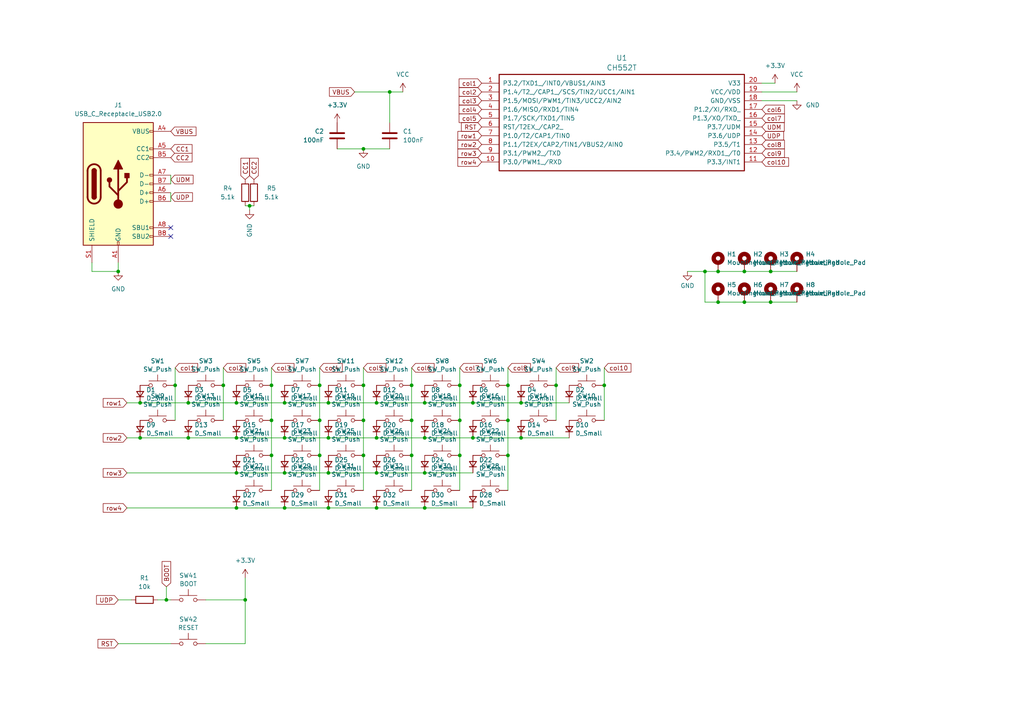
<source format=kicad_sch>
(kicad_sch (version 20230121) (generator eeschema)
  (paper "A4")
  (lib_symbols
    (symbol "Connector:USB_C_Receptacle_USB2.0" (pin_names (offset 1.016))
      (property "Reference" "J" (at -10.16 19.05 0))
      (property "Value" "USB_C_Receptacle_USB2.0" (at 19.05 19.05 0))
      (symbol "USB_C_Receptacle_USB2.0_0_0"
        (rectangle (start -0.254 -17.78) (end 0.254 -16.764))
        (rectangle (start 10.16 -14.986) (end 9.144 -15.494))
        (rectangle (start 10.16 -12.446) (end 9.144 -12.954))
        (rectangle (start 10.16 -4.826) (end 9.144 -5.334))
        (rectangle (start 10.16 -2.286) (end 9.144 -2.794))
        (rectangle (start 10.16 0.254) (end 9.144 -0.254))
        (rectangle (start 10.16 2.794) (end 9.144 2.286))
        (rectangle (start 10.16 7.874) (end 9.144 7.366))
        (rectangle (start 10.16 10.414) (end 9.144 9.906))
        (rectangle (start 10.16 15.494) (end 9.144 14.986))
      )
      (symbol "USB_C_Receptacle_USB2.0_0_1"
        (rectangle (start -10.16 17.78) (end 10.16 -17.78) (stroke (width 0.254)) (fill (type background)))
        (arc (start -8.89 -3.81) (mid -6.985 -5.7067) (end -5.08 -3.81) (stroke (width 0.508)))
        (arc (start -7.62 -3.81) (mid -6.985 -4.4423) (end -6.35 -3.81) (stroke (width 0.254)))
        (arc (start -7.62 -3.81) (mid -6.985 -4.4423) (end -6.35 -3.81) (stroke (width 0.254)) (fill (type outline)))
        (rectangle (start -7.62 -3.81) (end -6.35 3.81) (stroke (width 0.254)) (fill (type outline)))
        (arc (start -6.35 3.81) (mid -6.985 4.4423) (end -7.62 3.81) (stroke (width 0.254)))
        (arc (start -6.35 3.81) (mid -6.985 4.4423) (end -7.62 3.81) (stroke (width 0.254)) (fill (type outline)))
        (arc (start -5.08 3.81) (mid -6.985 5.7067) (end -8.89 3.81) (stroke (width 0.508)))
        (circle (center -2.54 1.143) (radius 0.635) (stroke (width 0.254)) (fill (type outline)))
        (circle (center 0 -5.842) (radius 1.27) (fill (type outline)))
        (polyline (pts (xy -8.89 -3.81) (xy -8.89 3.81)) (stroke (width 0.508)))
        (polyline (pts (xy -5.08 3.81) (xy -5.08 -3.81)) (stroke (width 0.508)))
        (polyline (pts (xy 0 -5.842) (xy 0 4.318)) (stroke (width 0.508)))
        (polyline (pts (xy 0 -3.302) (xy -2.54 -0.762) (xy -2.54 0.508)) (stroke (width 0.508)))
        (polyline (pts (xy 0 -2.032) (xy 2.54 0.508) (xy 2.54 1.778)) (stroke (width 0.508)))
        (polyline (pts (xy -1.27 4.318) (xy 0 6.858) (xy 1.27 4.318) (xy -1.27 4.318)) (stroke (width 0.254)) (fill (type outline)))
        (rectangle (start 1.905 1.778) (end 3.175 3.048) (stroke (width 0.254)) (fill (type outline)))
      )
      (symbol "USB_C_Receptacle_USB2.0_1_1"
        (pin passive line (at 0 -22.86 90) (length 5.08) (name "GND") (number "A1"))
        (pin passive line (at 0 -22.86 90) (length 5.08) hide (name "GND") (number "A12"))
        (pin passive line (at 15.24 15.24 180) (length 5.08) (name "VBUS") (number "A4"))
        (pin bidirectional line (at 15.24 10.16 180) (length 5.08) (name "CC1") (number "A5"))
        (pin bidirectional line (at 15.24 -2.54 180) (length 5.08) (name "D+") (number "A6"))
        (pin bidirectional line (at 15.24 2.54 180) (length 5.08) (name "D-") (number "A7"))
        (pin bidirectional line (at 15.24 -12.7 180) (length 5.08) (name "SBU1") (number "A8"))
        (pin passive line (at 15.24 15.24 180) (length 5.08) hide (name "VBUS") (number "A9"))
        (pin passive line (at 0 -22.86 90) (length 5.08) hide (name "GND") (number "B1"))
        (pin passive line (at 0 -22.86 90) (length 5.08) hide (name "GND") (number "B12"))
        (pin passive line (at 15.24 15.24 180) (length 5.08) hide (name "VBUS") (number "B4"))
        (pin bidirectional line (at 15.24 7.62 180) (length 5.08) (name "CC2") (number "B5"))
        (pin bidirectional line (at 15.24 -5.08 180) (length 5.08) (name "D+") (number "B6"))
        (pin bidirectional line (at 15.24 0 180) (length 5.08) (name "D-") (number "B7"))
        (pin bidirectional line (at 15.24 -15.24 180) (length 5.08) (name "SBU2") (number "B8"))
        (pin passive line (at 15.24 15.24 180) (length 5.08) hide (name "VBUS") (number "B9"))
        (pin passive line (at -7.62 -22.86 90) (length 5.08) (name "SHIELD") (number "S1"))
      )
    )
    (symbol "Device:C" (pin_numbers hide) (pin_names (offset 0.254))
      (property "Reference" "C" (at 0.635 2.54 0))
      (property "Value" "C" (at 0.635 -2.54 0))
      (symbol "C_0_1"
        (polyline (pts (xy -2.032 -0.762) (xy 2.032 -0.762)) (stroke (width 0.508)))
        (polyline (pts (xy -2.032 0.762) (xy 2.032 0.762)) (stroke (width 0.508)))
      )
      (symbol "C_1_1"
        (pin passive line (at 0 3.81 270) (length 2.794) (name "~") (number "1"))
        (pin passive line (at 0 -3.81 90) (length 2.794) (name "~") (number "2"))
      )
    )
    (symbol "Device:D_Small" (pin_numbers hide) (pin_names (offset 0.254) hide)
      (property "Reference" "D" (at -1.27 2.032 0))
      (property "Value" "D_Small" (at -3.81 -2.032 0))
      (symbol "D_Small_0_1"
        (polyline (pts (xy -0.762 -1.016) (xy -0.762 1.016)) (stroke (width 0.254)))
        (polyline (pts (xy -0.762 0) (xy 0.762 0)))
        (polyline (pts (xy 0.762 -1.016) (xy -0.762 0) (xy 0.762 1.016) (xy 0.762 -1.016)) (stroke (width 0.254)))
      )
      (symbol "D_Small_1_1"
        (pin passive line (at -2.54 0 0) (length 1.778) (name "K") (number "1"))
        (pin passive line (at 2.54 0 180) (length 1.778) (name "A") (number "2"))
      )
    )
    (symbol "Device:R" (pin_numbers hide) (pin_names (offset 0))
      (property "Reference" "R" (at 2.032 0 90))
      (property "Value" "R" (at 0 0 90))
      (symbol "R_0_1"
        (rectangle (start -1.016 -2.54) (end 1.016 2.54) (stroke (width 0.254)))
      )
      (symbol "R_1_1"
        (pin passive line (at 0 3.81 270) (length 1.27) (name "~") (number "1"))
        (pin passive line (at 0 -3.81 90) (length 1.27) (name "~") (number "2"))
      )
    )
    (symbol "Mechanical:MountingHole_Pad" (pin_numbers hide) (pin_names (offset 1.016) hide)
      (property "Reference" "H" (at 0 6.35 0))
      (property "Value" "MountingHole_Pad" (at 0 4.445 0))
      (symbol "MountingHole_Pad_0_1"
        (circle (center 0 1.27) (radius 1.27) (stroke (width 1.27)))
      )
      (symbol "MountingHole_Pad_1_1"
        (pin input line (at 0 -2.54 90) (length 2.54) (name "1") (number "1"))
      )
    )
    (symbol "Switch:SW_Push" (pin_numbers hide) (pin_names (offset 1.016) hide)
      (property "Reference" "SW" (at 1.27 2.54 0))
      (property "Value" "SW_Push" (at 0 -1.524 0))
      (symbol "SW_Push_0_1"
        (circle (center -2.032 0) (radius 0.508))
        (polyline (pts (xy 0 1.27) (xy 0 3.048)))
        (polyline (pts (xy 2.54 1.27) (xy -2.54 1.27)))
        (circle (center 2.032 0) (radius 0.508))
        (pin passive line (at -5.08 0 0) (length 2.54) (name "1") (number "1"))
        (pin passive line (at 5.08 0 180) (length 2.54) (name "2") (number "2"))
      )
    )
    (symbol "power:+3.3V" (power) (pin_names (offset 0))
      (property "Value" "+3.3V" (at 0 3.556 0))
      (symbol "+3.3V_0_1"
        (polyline (pts (xy -0.762 1.27) (xy 0 2.54)))
        (polyline (pts (xy 0 0) (xy 0 2.54)))
        (polyline (pts (xy 0 2.54) (xy 0.762 1.27)))
      )
      (symbol "+3.3V_1_1"
        (pin power_in line (at 0 0 90) (length 0) hide (name "+3.3V") (number "1"))
      )
    )
    (symbol "power:GND" (power) (pin_names (offset 0))
      (property "Value" "GND" (at 0 -3.81 0))
      (symbol "GND_0_1"
        (polyline (pts (xy 0 0) (xy 0 -1.27) (xy 1.27 -1.27) (xy 0 -2.54) (xy -1.27 -1.27) (xy 0 -1.27)))
      )
      (symbol "GND_1_1"
        (pin power_in line (at 0 0 270) (length 0) hide (name "GND") (number "1"))
      )
    )
    (symbol "power:VCC" (power) (pin_names (offset 0))
      (property "Value" "VCC" (at 0 3.81 0))
      (symbol "VCC_0_1"
        (polyline (pts (xy -0.762 1.27) (xy 0 2.54)))
        (polyline (pts (xy 0 0) (xy 0 2.54)))
        (polyline (pts (xy 0 2.54) (xy 0.762 1.27)))
      )
      (symbol "VCC_1_1"
        (pin power_in line (at 0 0 90) (length 0) hide (name "VCC") (number "1"))
      )
    )
    (symbol "wch:CH552T" (pin_names (offset 1.016))
      (property "Reference" "U" (at 5.08 6.35 0))
      (property "Value" "CH552T" (at 5.08 3.81 0))
      (symbol "CH552T_1_1"
        (rectangle (start 5.08 2.54) (end 76.2 -25.4) (stroke (width 0.3048)))
        (pin bidirectional line (at 0 0 0) (length 5.08) (name "P3.2/TXD1_/INT0/VBUS1/AIN3") (number "1"))
        (pin bidirectional line (at 0 -22.86 0) (length 5.08) (name "P3.0/PWM1_/RXD") (number "10"))
        (pin bidirectional line (at 81.28 -22.86 180) (length 5.08) (name "P3.3/INT1") (number "11"))
        (pin bidirectional line (at 81.28 -20.32 180) (length 5.08) (name "P3.4/PWM2/RXD1_/T0") (number "12"))
        (pin bidirectional line (at 81.28 -17.78 180) (length 5.08) (name "P3.5/T1") (number "13"))
        (pin bidirectional line (at 81.28 -15.24 180) (length 5.08) (name "P3.6/UDP") (number "14"))
        (pin bidirectional line (at 81.28 -12.7 180) (length 5.08) (name "P3.7/UDM") (number "15"))
        (pin bidirectional line (at 81.28 -10.16 180) (length 5.08) (name "P1.3/XO/TXD_") (number "16"))
        (pin bidirectional line (at 81.28 -7.62 180) (length 5.08) (name "P1.2/XI/RXD_") (number "17"))
        (pin power_in line (at 81.28 -5.08 180) (length 5.08) (name "GND/VSS") (number "18"))
        (pin power_in line (at 81.28 -2.54 180) (length 5.08) (name "VCC/VDD") (number "19"))
        (pin bidirectional line (at 0 -2.54 0) (length 5.08) (name "P1.4/T2_/CAP1_/SCS/TIN2/UCC1/AIN1") (number "2"))
        (pin power_in line (at 81.28 0 180) (length 5.08) (name "V33") (number "20"))
        (pin bidirectional line (at 0 -5.08 0) (length 5.08) (name "P1.5/MOSI/PWM1/TIN3/UCC2/AIN2") (number "3"))
        (pin bidirectional line (at 0 -7.62 0) (length 5.08) (name "P1.6/MISO/RXD1/TIN4") (number "4"))
        (pin bidirectional line (at 0 -10.16 0) (length 5.08) (name "P1.7/SCK/TXD1/TIN5") (number "5"))
        (pin bidirectional line (at 0 -12.7 0) (length 5.08) (name "RST/T2EX_/CAP2_") (number "6"))
        (pin bidirectional line (at 0 -15.24 0) (length 5.08) (name "P1.0/T2/CAP1/TIN0") (number "7"))
        (pin bidirectional line (at 0 -17.78 0) (length 5.08) (name "P1.1/T2EX/CAP2/TIN1/VBUS2/AIN0") (number "8"))
        (pin bidirectional line (at 0 -20.32 0) (length 5.08) (name "P3.1/PWM2_/TXD") (number "9"))
      )
    )
  )
  (junction (at 105.41 111.76))
  (junction (at 137.16 127))
  (junction (at 92.71 111.76))
  (junction (at 123.19 147.32))
  (junction (at 109.22 147.32))
  (junction (at 109.22 116.84))
  (junction (at 92.71 121.92))
  (junction (at 78.74 132.08))
  (junction (at 50.8 111.76))
  (junction (at 68.58 116.84))
  (junction (at 95.25 116.84))
  (junction (at 82.55 127))
  (junction (at 68.58 127))
  (junction (at 175.26 111.76))
  (junction (at 82.55 116.84))
  (junction (at 78.74 121.92))
  (junction (at 64.77 111.76))
  (junction (at 113.03 26.67))
  (junction (at 123.19 127))
  (junction (at 109.22 127))
  (junction (at 119.38 132.08))
  (junction (at 105.41 121.92))
  (junction (at 208.28 78.74))
  (junction (at 68.58 137.16))
  (junction (at 71.12 173.99))
  (junction (at 40.64 127))
  (junction (at 133.35 132.08))
  (junction (at 105.41 43.18))
  (junction (at 204.47 78.74))
  (junction (at 223.52 78.74))
  (junction (at 123.19 137.16))
  (junction (at 137.16 116.84))
  (junction (at 72.39 59.69))
  (junction (at 48.26 173.99))
  (junction (at 215.9 78.74))
  (junction (at 147.32 121.92))
  (junction (at 208.28 87.63))
  (junction (at 95.25 137.16))
  (junction (at 147.32 132.08))
  (junction (at 133.35 111.76))
  (junction (at 133.35 121.92))
  (junction (at 223.52 87.63))
  (junction (at 95.25 147.32))
  (junction (at 54.61 127))
  (junction (at 95.25 127))
  (junction (at 215.9 87.63))
  (junction (at 151.13 116.84))
  (junction (at 92.71 132.08))
  (junction (at 109.22 137.16))
  (junction (at 82.55 147.32))
  (junction (at 147.32 111.76))
  (junction (at 119.38 121.92))
  (junction (at 34.29 78.74))
  (junction (at 151.13 127))
  (junction (at 54.61 116.84))
  (junction (at 123.19 116.84))
  (junction (at 40.64 116.84))
  (junction (at 68.58 147.32))
  (junction (at 119.38 111.76))
  (junction (at 105.41 132.08))
  (junction (at 161.29 111.76))
  (junction (at 82.55 137.16))
  (junction (at 78.74 111.76))
  (no_connect (at 49.53 68.58))
  (no_connect (at 49.53 66.04))
  (wire (pts (xy 40.64 116.84) (xy 54.61 116.84)))
  (wire (pts (xy 133.35 111.76) (xy 133.35 121.92)))
  (wire (pts (xy 161.29 111.76) (xy 161.29 121.92)))
  (wire (pts (xy 109.22 116.84) (xy 123.19 116.84)))
  (wire (pts (xy 95.25 116.84) (xy 109.22 116.84)))
  (wire (pts (xy 92.71 132.08) (xy 92.71 142.24)))
  (wire (pts (xy 133.35 106.68) (xy 133.35 111.76)))
  (wire (pts (xy 26.67 76.2) (xy 26.67 78.74)))
  (wire (pts (xy 220.98 24.13) (xy 224.79 24.13)))
  (wire (pts (xy 82.55 127) (xy 95.25 127)))
  (wire (pts (xy 147.32 106.68) (xy 147.32 111.76)))
  (wire (pts (xy 161.29 106.68) (xy 161.29 111.76)))
  (wire (pts (xy 113.03 26.67) (xy 113.03 35.56)))
  (wire (pts (xy 49.53 50.8) (xy 49.53 53.34)))
  (wire (pts (xy 36.83 127) (xy 40.64 127)))
  (wire (pts (xy 59.69 173.99) (xy 71.12 173.99)))
  (wire (pts (xy 71.12 186.69) (xy 59.69 186.69)))
  (wire (pts (xy 119.38 111.76) (xy 119.38 121.92)))
  (wire (pts (xy 68.58 147.32) (xy 82.55 147.32)))
  (wire (pts (xy 199.39 78.74) (xy 204.47 78.74)))
  (wire (pts (xy 231.14 78.74) (xy 223.52 78.74)))
  (wire (pts (xy 95.25 127) (xy 109.22 127)))
  (wire (pts (xy 82.55 147.32) (xy 95.25 147.32)))
  (wire (pts (xy 204.47 87.63) (xy 208.28 87.63)))
  (wire (pts (xy 147.32 132.08) (xy 147.32 142.24)))
  (wire (pts (xy 223.52 87.63) (xy 231.14 87.63)))
  (wire (pts (xy 151.13 127) (xy 165.1 127)))
  (wire (pts (xy 40.64 127) (xy 54.61 127)))
  (wire (pts (xy 231.14 29.21) (xy 220.98 29.21)))
  (wire (pts (xy 92.71 106.68) (xy 92.71 111.76)))
  (wire (pts (xy 26.67 78.74) (xy 34.29 78.74)))
  (wire (pts (xy 49.53 55.88) (xy 49.53 58.42)))
  (wire (pts (xy 220.98 26.67) (xy 231.14 26.67)))
  (wire (pts (xy 82.55 116.84) (xy 95.25 116.84)))
  (wire (pts (xy 54.61 127) (xy 68.58 127)))
  (wire (pts (xy 78.74 111.76) (xy 78.74 121.92)))
  (wire (pts (xy 137.16 127) (xy 151.13 127)))
  (wire (pts (xy 123.19 116.84) (xy 137.16 116.84)))
  (wire (pts (xy 50.8 106.68) (xy 50.8 111.76)))
  (wire (pts (xy 147.32 111.76) (xy 147.32 121.92)))
  (wire (pts (xy 119.38 106.68) (xy 119.38 111.76)))
  (wire (pts (xy 102.87 26.67) (xy 113.03 26.67)))
  (wire (pts (xy 36.83 147.32) (xy 68.58 147.32)))
  (wire (pts (xy 105.41 132.08) (xy 105.41 142.24)))
  (wire (pts (xy 175.26 106.68) (xy 175.26 111.76)))
  (wire (pts (xy 109.22 137.16) (xy 123.19 137.16)))
  (wire (pts (xy 123.19 127) (xy 137.16 127)))
  (wire (pts (xy 45.72 173.99) (xy 48.26 173.99)))
  (wire (pts (xy 123.19 147.32) (xy 137.16 147.32)))
  (wire (pts (xy 36.83 137.16) (xy 68.58 137.16)))
  (wire (pts (xy 133.35 132.08) (xy 133.35 142.24)))
  (wire (pts (xy 105.41 121.92) (xy 105.41 132.08)))
  (wire (pts (xy 68.58 137.16) (xy 82.55 137.16)))
  (wire (pts (xy 71.12 173.99) (xy 71.12 186.69)))
  (wire (pts (xy 95.25 137.16) (xy 109.22 137.16)))
  (wire (pts (xy 34.29 173.99) (xy 38.1 173.99)))
  (wire (pts (xy 119.38 121.92) (xy 119.38 132.08)))
  (wire (pts (xy 72.39 59.69) (xy 73.66 59.69)))
  (wire (pts (xy 208.28 87.63) (xy 215.9 87.63)))
  (wire (pts (xy 133.35 121.92) (xy 133.35 132.08)))
  (wire (pts (xy 64.77 106.68) (xy 64.77 111.76)))
  (wire (pts (xy 109.22 127) (xy 123.19 127)))
  (wire (pts (xy 48.26 173.99) (xy 49.53 173.99)))
  (wire (pts (xy 119.38 132.08) (xy 119.38 142.24)))
  (wire (pts (xy 72.39 59.69) (xy 72.39 60.96)))
  (wire (pts (xy 97.79 43.18) (xy 105.41 43.18)))
  (wire (pts (xy 208.28 78.74) (xy 204.47 78.74)))
  (wire (pts (xy 78.74 106.68) (xy 78.74 111.76)))
  (wire (pts (xy 215.9 87.63) (xy 223.52 87.63)))
  (wire (pts (xy 50.8 111.76) (xy 50.8 121.92)))
  (wire (pts (xy 137.16 116.84) (xy 151.13 116.84)))
  (wire (pts (xy 78.74 121.92) (xy 78.74 132.08)))
  (wire (pts (xy 68.58 116.84) (xy 82.55 116.84)))
  (wire (pts (xy 113.03 26.67) (xy 116.84 26.67)))
  (wire (pts (xy 71.12 59.69) (xy 72.39 59.69)))
  (wire (pts (xy 123.19 137.16) (xy 137.16 137.16)))
  (wire (pts (xy 105.41 43.18) (xy 113.03 43.18)))
  (wire (pts (xy 71.12 167.64) (xy 71.12 173.99)))
  (wire (pts (xy 223.52 78.74) (xy 215.9 78.74)))
  (wire (pts (xy 54.61 116.84) (xy 68.58 116.84)))
  (wire (pts (xy 105.41 111.76) (xy 105.41 121.92)))
  (wire (pts (xy 48.26 170.18) (xy 48.26 173.99)))
  (wire (pts (xy 109.22 147.32) (xy 123.19 147.32)))
  (wire (pts (xy 36.83 116.84) (xy 40.64 116.84)))
  (wire (pts (xy 147.32 121.92) (xy 147.32 132.08)))
  (wire (pts (xy 68.58 127) (xy 82.55 127)))
  (wire (pts (xy 95.25 147.32) (xy 109.22 147.32)))
  (wire (pts (xy 175.26 111.76) (xy 175.26 121.92)))
  (wire (pts (xy 151.13 116.84) (xy 165.1 116.84)))
  (wire (pts (xy 92.71 121.92) (xy 92.71 132.08)))
  (wire (pts (xy 105.41 106.68) (xy 105.41 111.76)))
  (wire (pts (xy 34.29 186.69) (xy 49.53 186.69)))
  (wire (pts (xy 34.29 76.2) (xy 34.29 78.74)))
  (wire (pts (xy 215.9 78.74) (xy 208.28 78.74)))
  (wire (pts (xy 78.74 132.08) (xy 78.74 142.24)))
  (wire (pts (xy 204.47 78.74) (xy 204.47 87.63)))
  (wire (pts (xy 64.77 111.76) (xy 64.77 121.92)))
  (wire (pts (xy 92.71 111.76) (xy 92.71 121.92)))
  (wire (pts (xy 82.55 137.16) (xy 95.25 137.16)))
  (global_label "col4" (shape input) (at 92.71 106.68 0) (property "Intersheetrefs" "${INTERSHEET_REFS}" (effects hide)))
  (global_label "col1" (shape input) (at 50.8 106.68 0) (property "Intersheetrefs" "${INTERSHEET_REFS}" (effects hide)))
  (global_label "row2" (shape input) (at 36.83 127 180) (property "Intersheetrefs" "${INTERSHEET_REFS}" (effects hide)))
  (global_label "CC1" (shape input) (at 49.53 43.18 0) (property "Intersheetrefs" "${INTERSHEET_REFS}" (effects hide)))
  (global_label "col3" (shape input) (at 78.74 106.68 0) (property "Intersheetrefs" "${INTERSHEET_REFS}" (effects hide)))
  (global_label "col9" (shape input) (at 161.29 106.68 0) (property "Intersheetrefs" "${INTERSHEET_REFS}" (effects hide)))
  (global_label "row1" (shape input) (at 139.7 39.37 180) (property "Intersheetrefs" "${INTERSHEET_REFS}" (effects hide)))
  (global_label "UDP" (shape input) (at 220.98 39.37 0) (property "Intersheetrefs" "${INTERSHEET_REFS}" (effects hide)))
  (global_label "col4" (shape input) (at 139.7 31.75 180) (property "Intersheetrefs" "${INTERSHEET_REFS}" (effects hide)))
  (global_label "col1" (shape input) (at 139.7 24.13 180) (property "Intersheetrefs" "${INTERSHEET_REFS}" (effects hide)))
  (global_label "UDM" (shape input) (at 220.98 36.83 0) (property "Intersheetrefs" "${INTERSHEET_REFS}" (effects hide)))
  (global_label "col5" (shape input) (at 105.41 106.68 0) (property "Intersheetrefs" "${INTERSHEET_REFS}" (effects hide)))
  (global_label "CC2" (shape input) (at 49.53 45.72 0) (property "Intersheetrefs" "${INTERSHEET_REFS}" (effects hide)))
  (global_label "UDP" (shape input) (at 49.53 57.15 0) (property "Intersheetrefs" "${INTERSHEET_REFS}" (effects hide)))
  (global_label "CC1" (shape input) (at 71.12 52.07 90) (property "Intersheetrefs" "${INTERSHEET_REFS}" (effects hide)))
  (global_label "col7" (shape input) (at 220.98 34.29 0) (property "Intersheetrefs" "${INTERSHEET_REFS}" (effects hide)))
  (global_label "col3" (shape input) (at 139.7 29.21 180) (property "Intersheetrefs" "${INTERSHEET_REFS}" (effects hide)))
  (global_label "col2" (shape input) (at 139.7 26.67 180) (property "Intersheetrefs" "${INTERSHEET_REFS}" (effects hide)))
  (global_label "col5" (shape input) (at 139.7 34.29 180) (property "Intersheetrefs" "${INTERSHEET_REFS}" (effects hide)))
  (global_label "UDP" (shape input) (at 34.29 173.99 180) (property "Intersheetrefs" "${INTERSHEET_REFS}" (effects hide)))
  (global_label "col2" (shape input) (at 64.77 106.68 0) (property "Intersheetrefs" "${INTERSHEET_REFS}" (effects hide)))
  (global_label "VBUS" (shape input) (at 102.87 26.67 180) (property "Intersheetrefs" "${INTERSHEET_REFS}" (effects hide)))
  (global_label "col9" (shape input) (at 220.98 44.45 0) (property "Intersheetrefs" "${INTERSHEET_REFS}" (effects hide)))
  (global_label "row2" (shape input) (at 139.7 41.91 180) (property "Intersheetrefs" "${INTERSHEET_REFS}" (effects hide)))
  (global_label "VBUS" (shape input) (at 49.53 38.1 0) (property "Intersheetrefs" "${INTERSHEET_REFS}" (effects hide)))
  (global_label "row3" (shape input) (at 139.7 44.45 180) (property "Intersheetrefs" "${INTERSHEET_REFS}" (effects hide)))
  (global_label "col10" (shape input) (at 220.98 46.99 0) (property "Intersheetrefs" "${INTERSHEET_REFS}" (effects hide)))
  (global_label "BOOT" (shape input) (at 48.26 170.18 90) (property "Intersheetrefs" "${INTERSHEET_REFS}" (effects hide)))
  (global_label "row4" (shape input) (at 139.7 46.99 180) (property "Intersheetrefs" "${INTERSHEET_REFS}" (effects hide)))
  (global_label "col8" (shape input) (at 220.98 41.91 0) (property "Intersheetrefs" "${INTERSHEET_REFS}" (effects hide)))
  (global_label "row4" (shape input) (at 36.83 147.32 180) (property "Intersheetrefs" "${INTERSHEET_REFS}" (effects hide)))
  (global_label "col7" (shape input) (at 133.35 106.68 0) (property "Intersheetrefs" "${INTERSHEET_REFS}" (effects hide)))
  (global_label "RST" (shape input) (at 139.7 36.83 180) (property "Intersheetrefs" "${INTERSHEET_REFS}" (effects hide)))
  (global_label "row3" (shape input) (at 36.83 137.16 180) (property "Intersheetrefs" "${INTERSHEET_REFS}" (effects hide)))
  (global_label "UDM" (shape input) (at 49.53 52.07 0) (property "Intersheetrefs" "${INTERSHEET_REFS}" (effects hide)))
  (global_label "col10" (shape input) (at 175.26 106.68 0) (property "Intersheetrefs" "${INTERSHEET_REFS}" (effects hide)))
  (global_label "CC2" (shape input) (at 73.66 52.07 90) (property "Intersheetrefs" "${INTERSHEET_REFS}" (effects hide)))
  (global_label "RST" (shape input) (at 34.29 186.69 180) (property "Intersheetrefs" "${INTERSHEET_REFS}" (effects hide)))
  (global_label "col6" (shape input) (at 119.38 106.68 0) (property "Intersheetrefs" "${INTERSHEET_REFS}" (effects hide)))
  (global_label "col8" (shape input) (at 147.32 106.68 0) (property "Intersheetrefs" "${INTERSHEET_REFS}" (effects hide)))
  (global_label "row1" (shape input) (at 36.83 116.84 180) (property "Intersheetrefs" "${INTERSHEET_REFS}" (effects hide)))
  (global_label "col6" (shape input) (at 220.98 31.75 0) (property "Intersheetrefs" "${INTERSHEET_REFS}" (effects hide)))
  (symbol (lib_id "Switch:SW_Push") (at 100.33 132.08 0) (unit 1)
    (property "Reference" "SW25" (at 100.33 125.0147 0))
    (property "Value" "SW_Push" (at 100.33 127.4389 0))
    (property "Footprint" "userlib:GT-TC063F-H035-L30" (effects hide))
  )
  (symbol (lib_id "power:+3.3V") (at 97.79 35.56 0) (mirror y) (unit 1)
    (property "Reference" "#PWR06" (effects hide))
    (property "Value" "+3.3V" (at 97.79 30.48 0))
  )
  (symbol (lib_id "Switch:SW_Push") (at 87.63 142.24 0) (unit 1)
    (property "Reference" "SW29" (at 87.63 135.1747 0))
    (property "Value" "SW_Push" (at 87.63 137.5989 0))
    (property "Footprint" "userlib:GT-TC063F-H035-L30" (effects hide))
  )
  (symbol (lib_id "Switch:SW_Push") (at 73.66 121.92 0) (unit 1)
    (property "Reference" "SW15" (at 73.66 114.8547 0))
    (property "Value" "SW_Push" (at 73.66 117.2789 0))
    (property "Footprint" "userlib:GT-TC063F-H035-L30" (effects hide))
  )
  (symbol (lib_id "Device:D_Small") (at 68.58 124.46 90) (unit 1)
    (property "Reference" "D15" (at 70.358 123.2479 90) (effects (justify right)))
    (property "Value" "D_Small" (at 70.358 125.6721 90) (effects (justify right)))
    (property "Footprint" "Diode_SMD:D_SOD-323" (effects hide))
    (property "Sim.Device" "D" (effects hide))
    (property "Sim.Pins" "1=K 2=A" (effects hide))
  )
  (symbol (lib_id "Device:D_Small") (at 68.58 134.62 90) (unit 1)
    (property "Reference" "D21" (at 70.358 133.4079 90) (effects (justify right)))
    (property "Value" "D_Small" (at 70.358 135.8321 90) (effects (justify right)))
    (property "Footprint" "Diode_SMD:D_SOD-323" (effects hide))
    (property "Sim.Device" "D" (effects hide))
    (property "Sim.Pins" "1=K 2=A" (effects hide))
  )
  (symbol (lib_id "Device:D_Small") (at 109.22 134.62 90) (unit 1)
    (property "Reference" "D26" (at 110.998 133.4079 90) (effects (justify right)))
    (property "Value" "D_Small" (at 110.998 135.8321 90) (effects (justify right)))
    (property "Footprint" "Diode_SMD:D_SOD-323" (effects hide))
    (property "Sim.Device" "D" (effects hide))
    (property "Sim.Pins" "1=K 2=A" (effects hide))
  )
  (symbol (lib_id "Device:R") (at 73.66 55.88 0) (mirror y) (unit 1)
    (property "Reference" "R5" (at 78.74 54.61 0))
    (property "Value" "5.1k" (at 78.74 57.15 0))
    (property "Footprint" "Resistor_SMD:R_0402_1005Metric" (effects hide))
    (property "LCSC" "C25905" (effects hide))
  )
  (symbol (lib_id "Device:D_Small") (at 165.1 124.46 90) (unit 1)
    (property "Reference" "D10" (at 166.878 123.2479 90) (effects (justify right)))
    (property "Value" "D_Small" (at 166.878 125.6721 90) (effects (justify right)))
    (property "Footprint" "Diode_SMD:D_SOD-323" (effects hide))
    (property "Sim.Device" "D" (effects hide))
    (property "Sim.Pins" "1=K 2=A" (effects hide))
  )
  (symbol (lib_id "Device:D_Small") (at 82.55 114.3 90) (unit 1)
    (property "Reference" "D7" (at 84.328 113.0879 90) (effects (justify right)))
    (property "Value" "D_Small" (at 84.328 115.5121 90) (effects (justify right)))
    (property "Footprint" "Diode_SMD:D_SOD-323" (effects hide))
    (property "Sim.Device" "D" (effects hide))
    (property "Sim.Pins" "1=K 2=A" (effects hide))
  )
  (symbol (lib_id "Switch:SW_Push") (at 59.69 111.76 0) (unit 1)
    (property "Reference" "SW3" (at 59.69 104.6947 0))
    (property "Value" "SW_Push" (at 59.69 107.1189 0))
    (property "Footprint" "userlib:GT-TC063F-H035-L30" (effects hide))
  )
  (symbol (lib_id "wch:CH552T") (at 139.7 24.13 0) (unit 1)
    (property "Reference" "U1" (at 180.34 16.8074 0) (effects (font (size 1.524 1.524))))
    (property "Value" "CH552T" (at 180.34 19.6402 0) (effects (font (size 1.524 1.524))))
    (property "Footprint" "Package_SO:TSSOP-20_4.4x6.5mm_P0.65mm" (effects hide))
    (property "Datasheet" "http://www.wch.cn/downloads/file/241.html" (effects hide))
  )
  (symbol (lib_id "Device:D_Small") (at 123.19 114.3 90) (unit 1)
    (property "Reference" "D8" (at 124.968 113.0879 90) (effects (justify right)))
    (property "Value" "D_Small" (at 124.968 115.5121 90) (effects (justify right)))
    (property "Footprint" "Diode_SMD:D_SOD-323" (effects hide))
    (property "Sim.Device" "D" (effects hide))
    (property "Sim.Pins" "1=K 2=A" (effects hide))
  )
  (symbol (lib_id "Switch:SW_Push") (at 128.27 121.92 0) (unit 1)
    (property "Reference" "SW18" (at 128.27 114.8547 0))
    (property "Value" "SW_Push" (at 128.27 117.2789 0))
    (property "Footprint" "userlib:GT-TC063F-H035-L30" (effects hide))
  )
  (symbol (lib_id "Device:D_Small") (at 151.13 114.3 90) (unit 1)
    (property "Reference" "D4" (at 152.908 113.0879 90) (effects (justify right)))
    (property "Value" "D_Small" (at 152.908 115.5121 90) (effects (justify right)))
    (property "Footprint" "Diode_SMD:D_SOD-323" (effects hide))
    (property "Sim.Device" "D" (effects hide))
    (property "Sim.Pins" "1=K 2=A" (effects hide))
  )
  (symbol (lib_id "Device:D_Small") (at 123.19 124.46 90) (unit 1)
    (property "Reference" "D18" (at 124.968 123.2479 90) (effects (justify right)))
    (property "Value" "D_Small" (at 124.968 125.6721 90) (effects (justify right)))
    (property "Footprint" "Diode_SMD:D_SOD-323" (effects hide))
    (property "Sim.Device" "D" (effects hide))
    (property "Sim.Pins" "1=K 2=A" (effects hide))
  )
  (symbol (lib_id "Switch:SW_Push") (at 87.63 111.76 0) (unit 1)
    (property "Reference" "SW7" (at 87.63 104.6947 0))
    (property "Value" "SW_Push" (at 87.63 107.1189 0))
    (property "Footprint" "userlib:GT-TC063F-H035-L30" (effects hide))
  )
  (symbol (lib_id "Device:D_Small") (at 54.61 114.3 90) (unit 1)
    (property "Reference" "D3" (at 56.388 113.0879 90) (effects (justify right)))
    (property "Value" "D_Small" (at 56.388 115.5121 90) (effects (justify right)))
    (property "Footprint" "Diode_SMD:D_SOD-323" (effects hide))
    (property "Sim.Device" "D" (effects hide))
    (property "Sim.Pins" "1=K 2=A" (effects hide))
  )
  (symbol (lib_id "Switch:SW_Push") (at 100.33 142.24 0) (unit 1)
    (property "Reference" "SW31" (at 100.33 135.1747 0))
    (property "Value" "SW_Push" (at 100.33 137.5989 0))
    (property "Footprint" "userlib:GT-TC063F-H035-L30" (effects hide))
  )
  (symbol (lib_id "Device:D_Small") (at 95.25 134.62 90) (unit 1)
    (property "Reference" "D25" (at 97.028 133.4079 90) (effects (justify right)))
    (property "Value" "D_Small" (at 97.028 135.8321 90) (effects (justify right)))
    (property "Footprint" "Diode_SMD:D_SOD-323" (effects hide))
    (property "Sim.Device" "D" (effects hide))
    (property "Sim.Pins" "1=K 2=A" (effects hide))
  )
  (symbol (lib_id "Switch:SW_Push") (at 114.3 142.24 0) (unit 1)
    (property "Reference" "SW32" (at 114.3 135.1747 0))
    (property "Value" "SW_Push" (at 114.3 137.5989 0))
    (property "Footprint" "userlib:GT-TC063F-H035-L30" (effects hide))
  )
  (symbol (lib_id "Switch:SW_Push") (at 114.3 111.76 0) (unit 1)
    (property "Reference" "SW12" (at 114.3 104.6947 0))
    (property "Value" "SW_Push" (at 114.3 107.1189 0))
    (property "Footprint" "userlib:GT-TC063F-H035-L30" (effects hide))
  )
  (symbol (lib_id "Device:D_Small") (at 95.25 114.3 90) (unit 1)
    (property "Reference" "D11" (at 97.028 113.0879 90) (effects (justify right)))
    (property "Value" "D_Small" (at 97.028 115.5121 90) (effects (justify right)))
    (property "Footprint" "Diode_SMD:D_SOD-323" (effects hide))
    (property "Sim.Device" "D" (effects hide))
    (property "Sim.Pins" "1=K 2=A" (effects hide))
  )
  (symbol (lib_id "Device:D_Small") (at 123.19 144.78 90) (unit 1)
    (property "Reference" "D30" (at 124.968 143.5679 90) (effects (justify right)))
    (property "Value" "D_Small" (at 124.968 145.9921 90) (effects (justify right)))
    (property "Footprint" "Diode_SMD:D_SOD-323" (effects hide))
    (property "Sim.Device" "D" (effects hide))
    (property "Sim.Pins" "1=K 2=A" (effects hide))
  )
  (symbol (lib_id "power:VCC") (at 231.14 26.67 0) (unit 1)
    (property "Reference" "#PWR05" (effects hide))
    (property "Value" "VCC" (at 231.14 21.59 0))
  )
  (symbol (lib_id "Device:D_Small") (at 109.22 114.3 90) (unit 1)
    (property "Reference" "D12" (at 110.998 113.0879 90) (effects (justify right)))
    (property "Value" "D_Small" (at 110.998 115.5121 90) (effects (justify right)))
    (property "Footprint" "Diode_SMD:D_SOD-323" (effects hide))
    (property "Sim.Device" "D" (effects hide))
    (property "Sim.Pins" "1=K 2=A" (effects hide))
  )
  (symbol (lib_id "Switch:SW_Push") (at 73.66 132.08 0) (unit 1)
    (property "Reference" "SW21" (at 73.66 125.0147 0))
    (property "Value" "SW_Push" (at 73.66 127.4389 0))
    (property "Footprint" "userlib:GT-TC063F-H035-L30" (effects hide))
  )
  (symbol (lib_id "Device:D_Small") (at 137.16 124.46 90) (unit 1)
    (property "Reference" "D16" (at 138.938 123.2479 90) (effects (justify right)))
    (property "Value" "D_Small" (at 138.938 125.6721 90) (effects (justify right)))
    (property "Footprint" "Diode_SMD:D_SOD-323" (effects hide))
    (property "Sim.Device" "D" (effects hide))
    (property "Sim.Pins" "1=K 2=A" (effects hide))
  )
  (symbol (lib_id "power:GND") (at 72.39 60.96 0) (mirror y) (unit 1)
    (property "Reference" "#PWR07" (effects hide))
    (property "Value" "GND" (at 72.39 64.77 90) (effects (justify right)))
  )
  (symbol (lib_id "Device:D_Small") (at 109.22 144.78 90) (unit 1)
    (property "Reference" "D32" (at 110.998 143.5679 90) (effects (justify right)))
    (property "Value" "D_Small" (at 110.998 145.9921 90) (effects (justify right)))
    (property "Footprint" "Diode_SMD:D_SOD-323" (effects hide))
    (property "Sim.Device" "D" (effects hide))
    (property "Sim.Pins" "1=K 2=A" (effects hide))
  )
  (symbol (lib_id "Mechanical:MountingHole_Pad") (at 208.28 85.09 0) (unit 1)
    (property "Reference" "H5" (at 210.82 82.6079 0) (effects (justify left)))
    (property "Value" "MountingHole_Pad" (at 210.82 85.0321 0) (effects (justify left)))
    (property "Footprint" "userlib:m1.6_hole" (effects hide))
  )
  (symbol (lib_id "Device:D_Small") (at 123.19 134.62 90) (unit 1)
    (property "Reference" "D24" (at 124.968 133.4079 90) (effects (justify right)))
    (property "Value" "D_Small" (at 124.968 135.8321 90) (effects (justify right)))
    (property "Footprint" "Diode_SMD:D_SOD-323" (effects hide))
    (property "Sim.Device" "D" (effects hide))
    (property "Sim.Pins" "1=K 2=A" (effects hide))
  )
  (symbol (lib_id "Switch:SW_Push") (at 100.33 111.76 0) (unit 1)
    (property "Reference" "SW11" (at 100.33 104.6947 0))
    (property "Value" "SW_Push" (at 100.33 107.1189 0))
    (property "Footprint" "userlib:GT-TC063F-H035-L30" (effects hide))
  )
  (symbol (lib_id "Device:D_Small") (at 137.16 114.3 90) (unit 1)
    (property "Reference" "D6" (at 138.938 113.0879 90) (effects (justify right)))
    (property "Value" "D_Small" (at 138.938 115.5121 90) (effects (justify right)))
    (property "Footprint" "Diode_SMD:D_SOD-323" (effects hide))
    (property "Sim.Device" "D" (effects hide))
    (property "Sim.Pins" "1=K 2=A" (effects hide))
  )
  (symbol (lib_id "Switch:SW_Push") (at 156.21 111.76 0) (unit 1)
    (property "Reference" "SW4" (at 156.21 104.6947 0))
    (property "Value" "SW_Push" (at 156.21 107.1189 0))
    (property "Footprint" "userlib:GT-TC063F-H035-L30" (effects hide))
  )
  (symbol (lib_id "Switch:SW_Push") (at 54.61 186.69 0) (unit 1)
    (property "Reference" "SW42" (at 54.61 179.6247 0))
    (property "Value" "RESET" (at 54.61 182.0489 0))
    (property "Footprint" "Button_Switch_SMD:SW_SPST_SKQG_WithStem" (effects hide))
    (property "LCSC" "C115357" (effects hide))
  )
  (symbol (lib_id "Device:D_Small") (at 82.55 124.46 90) (unit 1)
    (property "Reference" "D17" (at 84.328 123.2479 90) (effects (justify right)))
    (property "Value" "D_Small" (at 84.328 125.6721 90) (effects (justify right)))
    (property "Footprint" "Diode_SMD:D_SOD-323" (effects hide))
    (property "Sim.Device" "D" (effects hide))
    (property "Sim.Pins" "1=K 2=A" (effects hide))
  )
  (symbol (lib_id "Device:D_Small") (at 68.58 144.78 90) (unit 1)
    (property "Reference" "D27" (at 70.358 143.5679 90) (effects (justify right)))
    (property "Value" "D_Small" (at 70.358 145.9921 90) (effects (justify right)))
    (property "Footprint" "Diode_SMD:D_SOD-323" (effects hide))
    (property "Sim.Device" "D" (effects hide))
    (property "Sim.Pins" "1=K 2=A" (effects hide))
  )
  (symbol (lib_id "Device:R") (at 41.91 173.99 90) (unit 1)
    (property "Reference" "R1" (at 41.91 167.64 90))
    (property "Value" "10k" (at 41.91 170.18 90))
    (property "Footprint" "Resistor_SMD:R_0402_1005Metric" (effects hide))
    (property "LCSC" "C25744" (effects hide))
  )
  (symbol (lib_id "Device:D_Small") (at 40.64 124.46 90) (unit 1)
    (property "Reference" "D9" (at 42.418 123.2479 90) (effects (justify right)))
    (property "Value" "D_Small" (at 42.418 125.6721 90) (effects (justify right)))
    (property "Footprint" "Diode_SMD:D_SOD-323" (effects hide))
    (property "Sim.Device" "D" (effects hide))
    (property "Sim.Pins" "1=K 2=A" (effects hide))
  )
  (symbol (lib_id "Switch:SW_Push") (at 114.3 121.92 0) (unit 1)
    (property "Reference" "SW20" (at 114.3 114.8547 0))
    (property "Value" "SW_Push" (at 114.3 117.2789 0))
    (property "Footprint" "userlib:GT-TC063F-H035-L30" (effects hide))
  )
  (symbol (lib_id "power:GND") (at 105.41 43.18 0) (unit 1)
    (property "Reference" "#PWR01" (effects hide))
    (property "Value" "GND" (at 105.41 48.26 0))
  )
  (symbol (lib_id "Switch:SW_Push") (at 114.3 132.08 0) (unit 1)
    (property "Reference" "SW26" (at 114.3 125.0147 0))
    (property "Value" "SW_Push" (at 114.3 127.4389 0))
    (property "Footprint" "userlib:GT-TC063F-H035-L30" (effects hide))
  )
  (symbol (lib_id "Mechanical:MountingHole_Pad") (at 215.9 85.09 0) (unit 1)
    (property "Reference" "H6" (at 218.44 82.6079 0) (effects (justify left)))
    (property "Value" "MountingHole_Pad" (at 218.44 85.0321 0) (effects (justify left)))
    (property "Footprint" "userlib:m1.6_hole" (effects hide))
  )
  (symbol (lib_id "Switch:SW_Push") (at 128.27 142.24 0) (unit 1)
    (property "Reference" "SW30" (at 128.27 135.1747 0))
    (property "Value" "SW_Push" (at 128.27 137.5989 0))
    (property "Footprint" "userlib:GT-TC063F-H035-L30" (effects hide))
  )
  (symbol (lib_id "Switch:SW_Push") (at 170.18 121.92 0) (unit 1)
    (property "Reference" "SW10" (at 170.18 114.8547 0))
    (property "Value" "SW_Push" (at 170.18 117.2789 0))
    (property "Footprint" "userlib:GT-TC063F-H035-L30" (effects hide))
  )
  (symbol (lib_id "Device:D_Small") (at 54.61 124.46 90) (unit 1)
    (property "Reference" "D13" (at 56.388 123.2479 90) (effects (justify right)))
    (property "Value" "D_Small" (at 56.388 125.6721 90) (effects (justify right)))
    (property "Footprint" "Diode_SMD:D_SOD-323" (effects hide))
    (property "Sim.Device" "D" (effects hide))
    (property "Sim.Pins" "1=K 2=A" (effects hide))
  )
  (symbol (lib_id "Switch:SW_Push") (at 54.61 173.99 0) (unit 1)
    (property "Reference" "SW41" (at 54.61 166.9247 0))
    (property "Value" "BOOT" (at 54.61 169.3489 0))
    (property "Footprint" "Button_Switch_SMD:SW_SPST_SKQG_WithStem" (effects hide))
    (property "LCSC" "C115357" (effects hide))
  )
  (symbol (lib_id "Device:C") (at 97.79 39.37 0) (unit 1)
    (property "Reference" "C2" (at 93.98 38.1 0) (effects (justify right)))
    (property "Value" "100nF" (at 93.98 40.64 0) (effects (justify right)))
    (property "Footprint" "Capacitor_SMD:C_0402_1005Metric" (effects hide))
    (property "LCSC" "C1525" (effects hide))
  )
  (symbol (lib_id "Switch:SW_Push") (at 170.18 111.76 0) (unit 1)
    (property "Reference" "SW2" (at 170.18 104.6947 0))
    (property "Value" "SW_Push" (at 170.18 107.1189 0))
    (property "Footprint" "userlib:GT-TC063F-H035-L30" (effects hide))
  )
  (symbol (lib_id "Mechanical:MountingHole_Pad") (at 231.14 76.2 0) (unit 1)
    (property "Reference" "H4" (at 233.68 73.7179 0) (effects (justify left)))
    (property "Value" "MountingHole_Pad" (at 233.68 76.1421 0) (effects (justify left)))
    (property "Footprint" "userlib:m1.6_hole" (effects hide))
  )
  (symbol (lib_id "power:VCC") (at 116.84 26.67 0) (mirror y) (unit 1)
    (property "Reference" "#PWR09" (effects hide))
    (property "Value" "VCC" (at 116.84 21.59 0))
  )
  (symbol (lib_id "Device:D_Small") (at 82.55 134.62 90) (unit 1)
    (property "Reference" "D23" (at 84.328 133.4079 90) (effects (justify right)))
    (property "Value" "D_Small" (at 84.328 135.8321 90) (effects (justify right)))
    (property "Footprint" "Diode_SMD:D_SOD-323" (effects hide))
    (property "Sim.Device" "D" (effects hide))
    (property "Sim.Pins" "1=K 2=A" (effects hide))
  )
  (symbol (lib_id "Device:D_Small") (at 95.25 144.78 90) (unit 1)
    (property "Reference" "D31" (at 97.028 143.5679 90) (effects (justify right)))
    (property "Value" "D_Small" (at 97.028 145.9921 90) (effects (justify right)))
    (property "Footprint" "Diode_SMD:D_SOD-323" (effects hide))
    (property "Sim.Device" "D" (effects hide))
    (property "Sim.Pins" "1=K 2=A" (effects hide))
  )
  (symbol (lib_id "Device:D_Small") (at 137.16 134.62 90) (unit 1)
    (property "Reference" "D22" (at 138.938 133.4079 90) (effects (justify right)))
    (property "Value" "D_Small" (at 138.938 135.8321 90) (effects (justify right)))
    (property "Footprint" "Diode_SMD:D_SOD-323" (effects hide))
    (property "Sim.Device" "D" (effects hide))
    (property "Sim.Pins" "1=K 2=A" (effects hide))
  )
  (symbol (lib_id "power:GND") (at 199.39 78.74 0) (unit 1)
    (property "Reference" "#PWR011" (effects hide))
    (property "Value" "GND" (at 199.39 82.8731 0))
  )
  (symbol (lib_id "Mechanical:MountingHole_Pad") (at 231.14 85.09 0) (unit 1)
    (property "Reference" "H8" (at 233.68 82.6079 0) (effects (justify left)))
    (property "Value" "MountingHole_Pad" (at 233.68 85.0321 0) (effects (justify left)))
    (property "Footprint" "userlib:m1.6_hole" (effects hide))
  )
  (symbol (lib_id "Device:D_Small") (at 137.16 144.78 90) (unit 1)
    (property "Reference" "D28" (at 138.938 143.5679 90) (effects (justify right)))
    (property "Value" "D_Small" (at 138.938 145.9921 90) (effects (justify right)))
    (property "Footprint" "Diode_SMD:D_SOD-323" (effects hide))
    (property "Sim.Device" "D" (effects hide))
    (property "Sim.Pins" "1=K 2=A" (effects hide))
  )
  (symbol (lib_id "Device:R") (at 71.12 55.88 0) (mirror y) (unit 1)
    (property "Reference" "R4" (at 66.04 54.61 0))
    (property "Value" "5.1k" (at 66.04 57.15 0))
    (property "Footprint" "Resistor_SMD:R_0402_1005Metric" (effects hide))
    (property "LCSC" "C25905" (effects hide))
  )
  (symbol (lib_id "Mechanical:MountingHole_Pad") (at 223.52 76.2 0) (unit 1)
    (property "Reference" "H3" (at 226.06 73.7179 0) (effects (justify left)))
    (property "Value" "MountingHole_Pad" (at 226.06 76.1421 0) (effects (justify left)))
    (property "Footprint" "userlib:m1.6_hole" (effects hide))
  )
  (symbol (lib_id "power:+3.3V") (at 71.12 167.64 0) (mirror y) (unit 1)
    (property "Reference" "#PWR08" (effects hide))
    (property "Value" "+3.3V" (at 71.12 162.56 0))
  )
  (symbol (lib_id "Switch:SW_Push") (at 142.24 111.76 0) (unit 1)
    (property "Reference" "SW6" (at 142.24 104.6947 0))
    (property "Value" "SW_Push" (at 142.24 107.1189 0))
    (property "Footprint" "userlib:GT-TC063F-H035-L30" (effects hide))
  )
  (symbol (lib_id "power:GND") (at 34.29 78.74 0) (unit 1)
    (property "Reference" "#PWR03" (effects hide))
    (property "Value" "GND" (at 34.29 83.82 0))
  )
  (symbol (lib_id "Switch:SW_Push") (at 142.24 132.08 0) (unit 1)
    (property "Reference" "SW22" (at 142.24 125.0147 0))
    (property "Value" "SW_Push" (at 142.24 127.4389 0))
    (property "Footprint" "userlib:GT-TC063F-H035-L30" (effects hide))
  )
  (symbol (lib_id "Mechanical:MountingHole_Pad") (at 208.28 76.2 0) (unit 1)
    (property "Reference" "H1" (at 210.82 73.7179 0) (effects (justify left)))
    (property "Value" "MountingHole_Pad" (at 210.82 76.1421 0) (effects (justify left)))
    (property "Footprint" "userlib:m1.6_hole" (effects hide))
  )
  (symbol (lib_id "Switch:SW_Push") (at 156.21 121.92 0) (unit 1)
    (property "Reference" "SW14" (at 156.21 114.8547 0))
    (property "Value" "SW_Push" (at 156.21 117.2789 0))
    (property "Footprint" "userlib:GT-TC063F-H035-L30" (effects hide))
  )
  (symbol (lib_id "Device:D_Small") (at 82.55 144.78 90) (unit 1)
    (property "Reference" "D29" (at 84.328 143.5679 90) (effects (justify right)))
    (property "Value" "D_Small" (at 84.328 145.9921 90) (effects (justify right)))
    (property "Footprint" "Diode_SMD:D_SOD-323" (effects hide))
    (property "Sim.Device" "D" (effects hide))
    (property "Sim.Pins" "1=K 2=A" (effects hide))
  )
  (symbol (lib_id "Mechanical:MountingHole_Pad") (at 223.52 85.09 0) (unit 1)
    (property "Reference" "H7" (at 226.06 82.6079 0) (effects (justify left)))
    (property "Value" "MountingHole_Pad" (at 226.06 85.0321 0) (effects (justify left)))
    (property "Footprint" "userlib:m1.6_hole" (effects hide))
  )
  (symbol (lib_id "Mechanical:MountingHole_Pad") (at 215.9 76.2 0) (unit 1)
    (property "Reference" "H2" (at 218.44 73.7179 0) (effects (justify left)))
    (property "Value" "MountingHole_Pad" (at 218.44 76.1421 0) (effects (justify left)))
    (property "Footprint" "userlib:m1.6_hole" (effects hide))
  )
  (symbol (lib_id "Switch:SW_Push") (at 128.27 132.08 0) (unit 1)
    (property "Reference" "SW24" (at 128.27 125.0147 0))
    (property "Value" "SW_Push" (at 128.27 127.4389 0))
    (property "Footprint" "userlib:GT-TC063F-H035-L30" (effects hide))
  )
  (symbol (lib_id "Device:D_Small") (at 151.13 124.46 90) (unit 1)
    (property "Reference" "D14" (at 152.908 123.2479 90) (effects (justify right)))
    (property "Value" "D_Small" (at 152.908 125.6721 90) (effects (justify right)))
    (property "Footprint" "Diode_SMD:D_SOD-323" (effects hide))
    (property "Sim.Device" "D" (effects hide))
    (property "Sim.Pins" "1=K 2=A" (effects hide))
  )
  (symbol (lib_id "Device:D_Small") (at 109.22 124.46 90) (unit 1)
    (property "Reference" "D20" (at 110.998 123.2479 90) (effects (justify right)))
    (property "Value" "D_Small" (at 110.998 125.6721 90) (effects (justify right)))
    (property "Footprint" "Diode_SMD:D_SOD-323" (effects hide))
    (property "Sim.Device" "D" (effects hide))
    (property "Sim.Pins" "1=K 2=A" (effects hide))
  )
  (symbol (lib_id "Connector:USB_C_Receptacle_USB2.0") (at 34.29 53.34 0) (unit 1)
    (property "Reference" "J1" (at 34.29 30.48 0))
    (property "Value" "USB_C_Receptacle_USB2.0" (at 34.29 33.02 0))
    (property "Footprint" "Connector_USB:USB_C_Receptacle_HRO_TYPE-C-31-M-12" (effects hide))
    (property "Datasheet" "https://www.usb.org/sites/default/files/documents/usb_type-c.zip" (effects hide))
    (property "JLCPCB_CORRECTION" "0; -1.35; 0" (effects hide))
    (property "LCSC" "C2765186" (effects hide))
  )
  (symbol (lib_id "Switch:SW_Push") (at 87.63 121.92 0) (unit 1)
    (property "Reference" "SW17" (at 87.63 114.8547 0))
    (property "Value" "SW_Push" (at 87.63 117.2789 0))
    (property "Footprint" "userlib:GT-TC063F-H035-L30" (effects hide))
  )
  (symbol (lib_id "Device:D_Small") (at 165.1 114.3 90) (unit 1)
    (property "Reference" "D2" (at 166.878 113.0879 90) (effects (justify right)))
    (property "Value" "D_Small" (at 166.878 115.5121 90) (effects (justify right)))
    (property "Footprint" "Diode_SMD:D_SOD-323" (effects hide))
    (property "Sim.Device" "D" (effects hide))
    (property "Sim.Pins" "1=K 2=A" (effects hide))
  )
  (symbol (lib_id "Device:D_Small") (at 40.64 114.3 90) (unit 1)
    (property "Reference" "D1" (at 42.418 113.0879 90) (effects (justify right)))
    (property "Value" "D_Small" (at 42.418 115.5121 90) (effects (justify right)))
    (property "Footprint" "Diode_SMD:D_SOD-323" (effects hide))
    (property "Sim.Device" "D" (effects hide))
    (property "Sim.Pins" "1=K 2=A" (effects hide))
  )
  (symbol (lib_id "Switch:SW_Push") (at 45.72 121.92 0) (unit 1)
    (property "Reference" "SW9" (at 45.72 114.8547 0))
    (property "Value" "SW_Push" (at 45.72 117.2789 0))
    (property "Footprint" "userlib:GT-TC063F-H035-L30" (effects hide))
  )
  (symbol (lib_id "Switch:SW_Push") (at 73.66 111.76 0) (unit 1)
    (property "Reference" "SW5" (at 73.66 104.6947 0))
    (property "Value" "SW_Push" (at 73.66 107.1189 0))
    (property "Footprint" "userlib:GT-TC063F-H035-L30" (effects hide))
  )
  (symbol (lib_id "Device:D_Small") (at 95.25 124.46 90) (unit 1)
    (property "Reference" "D19" (at 97.028 123.2479 90) (effects (justify right)))
    (property "Value" "D_Small" (at 97.028 125.6721 90) (effects (justify right)))
    (property "Footprint" "Diode_SMD:D_SOD-323" (effects hide))
    (property "Sim.Device" "D" (effects hide))
    (property "Sim.Pins" "1=K 2=A" (effects hide))
  )
  (symbol (lib_id "Switch:SW_Push") (at 128.27 111.76 0) (unit 1)
    (property "Reference" "SW8" (at 128.27 104.6947 0))
    (property "Value" "SW_Push" (at 128.27 107.1189 0))
    (property "Footprint" "userlib:GT-TC063F-H035-L30" (effects hide))
  )
  (symbol (lib_id "Switch:SW_Push") (at 59.69 121.92 0) (unit 1)
    (property "Reference" "SW13" (at 59.69 114.8547 0))
    (property "Value" "SW_Push" (at 59.69 117.2789 0))
    (property "Footprint" "userlib:GT-TC063F-H035-L30" (effects hide))
  )
  (symbol (lib_id "Switch:SW_Push") (at 45.72 111.76 0) (unit 1)
    (property "Reference" "SW1" (at 45.72 104.6947 0))
    (property "Value" "SW_Push" (at 45.72 107.1189 0))
    (property "Footprint" "userlib:GT-TC063F-H035-L30" (effects hide))
  )
  (symbol (lib_id "Switch:SW_Push") (at 73.66 142.24 0) (unit 1)
    (property "Reference" "SW27" (at 73.66 135.1747 0))
    (property "Value" "SW_Push" (at 73.66 137.5989 0))
    (property "Footprint" "userlib:GT-TC063F-H035-L30" (effects hide))
  )
  (symbol (lib_id "Switch:SW_Push") (at 100.33 121.92 0) (unit 1)
    (property "Reference" "SW19" (at 100.33 114.8547 0))
    (property "Value" "SW_Push" (at 100.33 117.2789 0))
    (property "Footprint" "userlib:GT-TC063F-H035-L30" (effects hide))
  )
  (symbol (lib_id "Device:D_Small") (at 68.58 114.3 90) (unit 1)
    (property "Reference" "D5" (at 70.358 113.0879 90) (effects (justify right)))
    (property "Value" "D_Small" (at 70.358 115.5121 90) (effects (justify right)))
    (property "Footprint" "Diode_SMD:D_SOD-323" (effects hide))
    (property "Sim.Device" "D" (effects hide))
    (property "Sim.Pins" "1=K 2=A" (effects hide))
  )
  (symbol (lib_id "Switch:SW_Push") (at 87.63 132.08 0) (unit 1)
    (property "Reference" "SW23" (at 87.63 125.0147 0))
    (property "Value" "SW_Push" (at 87.63 127.4389 0))
    (property "Footprint" "userlib:GT-TC063F-H035-L30" (effects hide))
  )
  (symbol (lib_id "power:GND") (at 231.14 29.21 0) (unit 1)
    (property "Reference" "#PWR02" (effects hide))
    (property "Value" "GND" (at 233.68 30.48 0) (effects (justify left)))
  )
  (symbol (lib_id "Switch:SW_Push") (at 142.24 142.24 0) (unit 1)
    (property "Reference" "SW28" (at 142.24 135.1747 0))
    (property "Value" "SW_Push" (at 142.24 137.5989 0))
    (property "Footprint" "userlib:GT-TC063F-H035-L30" (effects hide))
  )
  (symbol (lib_id "Switch:SW_Push") (at 142.24 121.92 0) (unit 1)
    (property "Reference" "SW16" (at 142.24 114.8547 0))
    (property "Value" "SW_Push" (at 142.24 117.2789 0))
    (property "Footprint" "userlib:GT-TC063F-H035-L30" (effects hide))
  )
  (symbol (lib_id "Device:C") (at 113.03 39.37 0) (unit 1)
    (property "Reference" "C1" (at 116.84 38.1 0) (effects (justify left)))
    (property "Value" "100nF" (at 116.84 40.64 0) (effects (justify left)))
    (property "Footprint" "Capacitor_SMD:C_0402_1005Metric" (effects hide))
    (property "LCSC" "C1525" (effects hide))
  )
  (symbol (lib_id "power:+3.3V") (at 224.79 24.13 0) (unit 1)
    (property "Reference" "#PWR04" (effects hide))
    (property "Value" "+3.3V" (at 224.79 19.05 0))
  )
)
</source>
